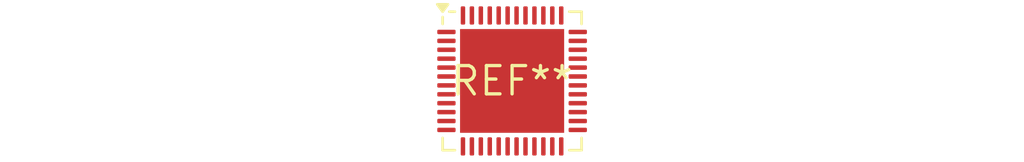
<source format=kicad_pcb>
(kicad_pcb (version 20240108) (generator pcbnew)
  (layers (0 "F.Cu" signal) (31 "B.Cu" signal) (34 "B.Paste" user) (35 "F.Paste" user) (36 "B.SilkS" user "B.Silkscreen") (37 "F.SilkS" user "F.Silkscreen") (38 "B.Mask" user) (39 "F.Mask" user) (44 "Edge.Cuts" user))
  (net 0 "")
  (footprint "QFN-48-1EP_6x6mm_P0.4mm_EP4.66x4.66mm" (layer "F.Cu") (at 0 0)
    (property "Reference" "REF**")
    (property "Value" "QFN-48-1EP_6x6mm_P0.4mm_EP4.66x4.66mm")
    (fp_line (start -3.11 -2.56) (end -3.11 -2.87) (layer "F.SilkS") (stroke (width 0.12)))
    (fp_line (start -3.11 3.11) (end -3.11 2.56) (layer "F.SilkS") (stroke (width 0.12)))
    (fp_line (start -2.56 -3.11) (end -2.81 -3.11) (layer "F.SilkS") (stroke (width 0.12)))
    (fp_line (start -2.56 3.11) (end -3.11 3.11) (layer "F.SilkS") (stroke (width 0.12)))
    (fp_line (start 2.56 -3.11) (end 3.11 -3.11) (layer "F.SilkS") (stroke (width 0.12)))
    (fp_line (start 2.56 3.11) (end 3.11 3.11) (layer "F.SilkS") (stroke (width 0.12)))
    (fp_line (start 3.11 -3.11) (end 3.11 -2.56) (layer "F.SilkS") (stroke (width 0.12)))
    (fp_line (start 3.11 3.11) (end 3.11 2.56) (layer "F.SilkS") (stroke (width 0.12)))
    (fp_poly (pts (xy -3.11 -3.11) (xy -3.35 -3.44) (xy -2.87 -3.44) (xy -3.11 -3.11)) (layer "F.SilkS") (stroke (width 0.12)) (fill solid))
    (pad "1" smd roundrect (at -2.94 -2.2) (size 0.82 0.2) (layers "F.Cu" "F.Paste" "F.Mask"))
    (pad "2" smd roundrect (at -2.94 -1.8) (size 0.82 0.2) (layers "F.Cu" "F.Paste" "F.Mask"))
    (pad "3" smd roundrect (at -2.94 -1.4) (size 0.82 0.2) (layers "F.Cu" "F.Paste" "F.Mask"))
    (pad "4" smd roundrect (at -2.94 -1) (size 0.82 0.2) (layers "F.Cu" "F.Paste" "F.Mask"))
    (pad "5" smd roundrect (at -2.94 -0.6) (size 0.82 0.2) (layers "F.Cu" "F.Paste" "F.Mask"))
    (pad "6" smd roundrect (at -2.94 -0.2) (size 0.82 0.2) (layers "F.Cu" "F.Paste" "F.Mask"))
    (pad "7" smd roundrect (at -2.94 0.2) (size 0.82 0.2) (layers "F.Cu" "F.Paste" "F.Mask"))
    (pad "8" smd roundrect (at -2.94 0.6) (size 0.82 0.2) (layers "F.Cu" "F.Paste" "F.Mask"))
    (pad "9" smd roundrect (at -2.94 1) (size 0.82 0.2) (layers "F.Cu" "F.Paste" "F.Mask"))
    (pad "10" smd roundrect (at -2.94 1.4) (size 0.82 0.2) (layers "F.Cu" "F.Paste" "F.Mask"))
    (pad "11" smd roundrect (at -2.94 1.8) (size 0.82 0.2) (layers "F.Cu" "F.Paste" "F.Mask"))
    (pad "12" smd roundrect (at -2.94 2.2) (size 0.82 0.2) (layers "F.Cu" "F.Paste" "F.Mask"))
    (pad "13" smd roundrect (at -2.2 2.94) (size 0.2 0.82) (layers "F.Cu" "F.Paste" "F.Mask"))
    (pad "14" smd roundrect (at -1.8 2.94) (size 0.2 0.82) (layers "F.Cu" "F.Paste" "F.Mask"))
    (pad "15" smd roundrect (at -1.4 2.94) (size 0.2 0.82) (layers "F.Cu" "F.Paste" "F.Mask"))
    (pad "16" smd roundrect (at -1 2.94) (size 0.2 0.82) (layers "F.Cu" "F.Paste" "F.Mask"))
    (pad "17" smd roundrect (at -0.6 2.94) (size 0.2 0.82) (layers "F.Cu" "F.Paste" "F.Mask"))
    (pad "18" smd roundrect (at -0.2 2.94) (size 0.2 0.82) (layers "F.Cu" "F.Paste" "F.Mask"))
    (pad "19" smd roundrect (at 0.2 2.94) (size 0.2 0.82) (layers "F.Cu" "F.Paste" "F.Mask"))
    (pad "20" smd roundrect (at 0.6 2.94) (size 0.2 0.82) (layers "F.Cu" "F.Paste" "F.Mask"))
    (pad "21" smd roundrect (at 1 2.94) (size 0.2 0.82) (layers "F.Cu" "F.Paste" "F.Mask"))
    (pad "22" smd roundrect (at 1.4 2.94) (size 0.2 0.82) (layers "F.Cu" "F.Paste" "F.Mask"))
    (pad "23" smd roundrect (at 1.8 2.94) (size 0.2 0.82) (layers "F.Cu" "F.Paste" "F.Mask"))
    (pad "24" smd roundrect (at 2.2 2.94) (size 0.2 0.82) (layers "F.Cu" "F.Paste" "F.Mask"))
    (pad "25" smd roundrect (at 2.94 2.2) (size 0.82 0.2) (layers "F.Cu" "F.Paste" "F.Mask"))
    (pad "26" smd roundrect (at 2.94 1.8) (size 0.82 0.2) (layers "F.Cu" "F.Paste" "F.Mask"))
    (pad "27" smd roundrect (at 2.94 1.4) (size 0.82 0.2) (layers "F.Cu" "F.Paste" "F.Mask"))
    (pad "28" smd roundrect (at 2.94 1) (size 0.82 0.2) (layers "F.Cu" "F.Paste" "F.Mask"))
    (pad "29" smd roundrect (at 2.94 0.6) (size 0.82 0.2) (layers "F.Cu" "F.Paste" "F.Mask"))
    (pad "30" smd roundrect (at 2.94 0.2) (size 0.82 0.2) (layers "F.Cu" "F.Paste" "F.Mask"))
    (pad "31" smd roundrect (at 2.94 -0.2) (size 0.82 0.2) (layers "F.Cu" "F.Paste" "F.Mask"))
    (pad "32" smd roundrect (at 2.94 -0.6) (size 0.82 0.2) (layers "F.Cu" "F.Paste" "F.Mask"))
    (pad "33" smd roundrect (at 2.94 -1) (size 0.82 0.2) (layers "F.Cu" "F.Paste" "F.Mask"))
    (pad "34" smd roundrect (at 2.94 -1.4) (size 0.82 0.2) (layers "F.Cu" "F.Paste" "F.Mask"))
    (pad "35" smd roundrect (at 2.94 -1.8) (size 0.82 0.2) (layers "F.Cu" "F.Paste" "F.Mask"))
    (pad "36" smd roundrect (at 2.94 -2.2) (size 0.82 0.2) (layers "F.Cu" "F.Paste" "F.Mask"))
    (pad "37" smd roundrect (at 2.2 -2.94) (size 0.2 0.82) (layers "F.Cu" "F.Paste" "F.Mask"))
    (pad "38" smd roundrect (at 1.8 -2.94) (size 0.2 0.82) (layers "F.Cu" "F.Paste" "F.Mask"))
    (pad "39" smd roundrect (at 1.4 -2.94) (size 0.2 0.82) (layers "F.Cu" "F.Paste" "F.Mask"))
    (pad "40" smd roundrect (at 1 -2.94) (size 0.2 0.82) (layers "F.Cu" "F.Paste" "F.Mask"))
    (pad "41" smd roundrect (at 0.6 -2.94) (size 0.2 0.82) (layers "F.Cu" "F.Paste" "F.Mask"))
    (pad "42" smd roundrect (at 0.2 -2.94) (size 0.2 0.82) (layers "F.Cu" "F.Paste" "F.Mask"))
    (pad "43" smd roundrect (at -0.2 -2.94) (size 0.2 0.82) (layers "F.Cu" "F.Paste" "F.Mask"))
    (pad "44" smd roundrect (at -0.6 -2.94) (size 0.2 0.82) (layers "F.Cu" "F.Paste" "F.Mask"))
    (pad "45" smd roundrect (at -1 -2.94) (size 0.2 0.82) (layers "F.Cu" "F.Paste" "F.Mask"))
    (pad "46" smd roundrect (at -1.4 -2.94) (size 0.2 0.82) (layers "F.Cu" "F.Paste" "F.Mask"))
    (pad "47" smd roundrect (at -1.8 -2.94) (size 0.2 0.82) (layers "F.Cu" "F.Paste" "F.Mask"))
    (pad "48" smd roundrect (at -2.2 -2.94) (size 0.2 0.82) (layers "F.Cu" "F.Paste" "F.Mask"))
    (pad "49" smd rect (at 0 0) (size 4.66 4.66) (property pad_prop_heatsink) (layers "F.Cu" "F.Mask"))
  )
)
</source>
